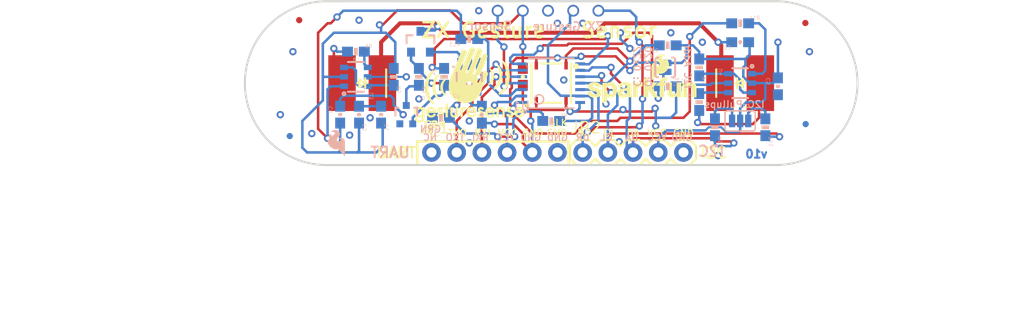
<source format=kicad_pcb>
(kicad_pcb (version 20211014) (generator pcbnew)
  (layers (0 "F.Cu" signal) (1 "In1.Cu" signal) (2 "In2.Cu" signal) (31 "B.Cu" signal) (34 "B.Paste" user) (35 "F.Paste" user) (36 "B.SilkS" user "B.Silkscreen") (37 "F.SilkS" user "F.Silkscreen") (38 "B.Mask" user) (39 "F.Mask" user) (44 "Edge.Cuts" user))
  (net 0 "")
  (net 1 "UART_TX")
  (net 2 "UART_RX")
  (net 3 "VCC")
  (net 4 "GND")
  (net 5 "I2C_SDA")
  (net 6 "I2C_SCL")
  (net 7 "ICSPDAT/DACOUT")
  (net 8 "ICSPCLK/DATA_RDY")
  (net 9 "MCLR")
  (net 10 "N$1")
  (net 11 "COMMON")
  (net 12 "N$3")
  (net 13 "N$4")
  (net 14 "N$5")
  (net 15 "CARRIER")
  (net 16 "N$2")
  (net 17 "EM1")
  (net 18 "N$6")
  (net 19 "N$7")
  (net 20 "N$8")
  (net 21 "EM2")
  (net 22 "N$9")
  (net 23 "N$11")
  (net 24 "RECEIVER")
  (net 25 "I2C_ADDR")
  (net 26 "N$10")
  (net 27 "N$13")
  (net 28 "N$19")
  (net 29 "N$15")
  (net 30 "N$12")
  (footprint "boardEagle:MICRO-FIDUCIAL" (layer "F.Cu") (at 174.12335 98.93935)
    (fp_text reference "FID4" hide)
    (fp_text value "FIDUCIALUFIDUCIAL" hide)
  )
  (footprint "boardEagle:1X06_NO_SILK" (layer "F.Cu") (at 136.4361 111.9886)
    (fp_text reference "JP1")
    (fp_text value "")
  )
  (footprint "boardEagle:GESTURESENSE_TEXT" (layer "F.Cu") (at 134.75335 108.9406)
    (fp_text reference "U$6" hide)
    (fp_text value "GESTURESENSE_LOGOSTEXT" hide)
  )
  (footprint "boardEagle:0603-CAP" (layer "F.Cu") (at 145.6436 104.3686 -90)
    (fp_text reference "C7")
    (fp_text value "4.7uF")
  )
  (footprint "boardEagle:SFH4641-SHORT2" (layer "F.Cu") (at 129.4511 105.0036 -90)
    (fp_text reference "D1")
    (fp_text value "SFH4641SHORT2")
  )
  (footprint "boardEagle:SFE_LOGO_NAME_FLAME_.1" (layer "F.Cu") (at 151.78405 107.3277)
    (fp_text reference "U$5" hide)
    (fp_text value "SFE_LOGO_NAME_FLAME.1_INCH" hide)
  )
  (footprint "boardEagle:MICRO-FIDUCIAL" (layer "F.Cu") (at 123.1011 98.6536)
    (fp_text reference "FID3" hide)
    (fp_text value "FIDUCIALUFIDUCIAL" hide)
  )
  (footprint "boardEagle:TSOP572" (layer "F.Cu") (at 148.5011 105.0036 180)
    (fp_text reference "U5")
    (fp_text value "TSSP57038")
  )
  (footprint "boardEagle:SFH4641-SHORT2" (layer "F.Cu") (at 167.5511 105.0036 90)
    (fp_text reference "D2")
    (fp_text value "SFH4641SHORT2")
  )
  (footprint "boardEagle:1X05" (layer "F.Cu") (at 151.6761 111.9886)
    (fp_text reference "JP2")
    (fp_text value "")
  )
  (footprint "boardEagle:STAND-OFF" (layer "F.Cu") (at 122.4661 105.0036)
    (fp_text reference "STANDOFF1" hide)
    (fp_text value "STAND-OFF" hide)
  )
  (footprint "boardEagle:STAND-OFF" (layer "F.Cu") (at 174.5361 105.0036 90)
    (fp_text reference "STANDOFF2" hide)
    (fp_text value "STAND-OFF" hide)
  )
  (footprint "boardEagle:CREATIVE_COMMONS" (layer "F.Cu") (at 113.2586 121.8311)
    (fp_text reference "FRAME1" hide)
    (fp_text value "FRAME-LETTER" hide)
  )
  (footprint "boardEagle:REVISION" (layer "F.Cu") (at 144.3736 126.9111 180)
    (fp_text reference "LOGO1" hide)
    (fp_text value "REVISION" hide)
  )
  (footprint "boardEagle:SOT23-3" (layer "B.Cu") (at 135.32485 100.8761 180)
    (fp_text reference "Q1")
    (fp_text value "MMBT2222A")
  )
  (footprint "boardEagle:MICRO-FIDUCIAL" (layer "B.Cu") (at 122.1486 110.3376 180)
    (fp_text reference "FID1" hide)
    (fp_text value "FIDUCIALUFIDUCIAL" hide)
  )
  (footprint "boardEagle:0603-RES" (layer "B.Cu") (at 167.5511 98.9711 180)
    (fp_text reference "R14")
    (fp_text value "1K")
  )
  (footprint "boardEagle:MICRO-FIDUCIAL" (layer "B.Cu") (at 174.1551 109.1311 180)
    (fp_text reference "FID2" hide)
    (fp_text value "FIDUCIALUFIDUCIAL" hide)
  )
  (footprint "boardEagle:0603-RES" (layer "B.Cu") (at 170.0911 109.4486 90)
    (fp_text reference "R11")
    (fp_text value "4.7K")
  )
  (footprint "boardEagle:PAD.03X.04" (layer "B.Cu") (at 153.2636 97.7011 180)
    (fp_text reference "TP5" hide)
    (fp_text value "TEST-POINT3X4" hide)
  )
  (footprint "boardEagle:0603-RES" (layer "B.Cu") (at 160.2486 101.1936)
    (fp_text reference "R9")
    (fp_text value "1K")
  )
  (footprint "boardEagle:PAD.03X.04" (layer "B.Cu") (at 145.6436 97.7011 90)
    (fp_text reference "TP2" hide)
    (fp_text value "TEST-POINT3X4" hide)
  )
  (footprint "boardEagle:0603-RES" (layer "B.Cu") (at 140.2461 100.5586)
    (fp_text reference "R13")
    (fp_text value "1K")
  )
  (footprint "boardEagle:0603-RES" (layer "B.Cu") (at 163.4236 103.4161 90)
    (fp_text reference "R7")
    (fp_text value "100k")
  )
  (footprint "boardEagle:SOT323" (layer "B.Cu") (at 133.8961 108.1786 180)
    (fp_text reference "Q2")
    (fp_text value "MOSFET-NCHANNEL2N7002PW")
  )
  (footprint "boardEagle:PAD.03X.04" (layer "B.Cu") (at 150.7236 97.7011 180)
    (fp_text reference "TP4" hide)
    (fp_text value "TEST-POINT3X4" hide)
  )
  (footprint "boardEagle:0603-RES" (layer "B.Cu") (at 148.5011 108.8136 180)
    (fp_text reference "R1")
    (fp_text value "100k")
  )
  (footprint "boardEagle:0603-CAP" (layer "B.Cu") (at 171.3611 105.3211 -90)
    (fp_text reference "C5")
    (fp_text value "0.1uF")
  )
  (footprint "boardEagle:SFE_LOGO_FLAME_.1" (layer "B.Cu") (at 127.9906 112.649 180)
    (fp_text reference "LOGO2" hide)
    (fp_text value "SFE_LOGO_FLAME.1_INCH" hide)
  )
  (footprint "boardEagle:PAD-JUMPER-2-NO_YES_SILK" (layer "B.Cu") (at 159.9946 103.4161 90)
    (fp_text reference "SJ2")
    (fp_text value "JUMPER-PAD-2-NOYES_SILK")
  )
  (footprint "boardEagle:SOT23-5" (layer "B.Cu") (at 140.2461 104.3686)
    (fp_text reference "U2")
    (fp_text value "MCP6021T-E/OT")
  )
  (footprint "boardEagle:PAD-JUMPER-3-NC_BY_PASTE_YES_SILK_FULL_BOX" (layer "B.Cu") (at 167.5511 108.8136 180)
    (fp_text reference "SJ1")
    (fp_text value "JUMPER-PAD-3-NC_BY_PASTE")
  )
  (footprint "boardEagle:PAD.03X.04" (layer "B.Cu") (at 143.1036 97.7011 180)
    (fp_text reference "TP1" hide)
    (fp_text value "TEST-POINT3X4" hide)
  )
  (footprint "boardEagle:0603-CAP" (layer "B.Cu") (at 131.3561 108.1786 90)
    (fp_text reference "C1")
    (fp_text value "0.1uF")
  )
  (footprint "boardEagle:0603-CAP" (layer "B.Cu") (at 167.5511 100.8761)
    (fp_text reference "C6")
    (fp_text value "10nF")
  )
  (footprint "boardEagle:0603-RES" (layer "B.Cu") (at 165.0111 109.4486 90)
    (fp_text reference "R10")
    (fp_text value "4.7K")
  )
  (footprint "boardEagle:0603-CAP" (layer "B.Cu") (at 127.2286 108.1786 -90)
    (fp_text reference "C4")
    (fp_text value "10nF")
  )
  (footprint "boardEagle:0603-RES" (layer "B.Cu") (at 132.6261 104.3686 90)
    (fp_text reference "R5")
    (fp_text value "100k")
  )
  (footprint "boardEagle:0603-RES" (layer "B.Cu") (at 160.2486 105.3211 180)
    (fp_text reference "R12")
    (fp_text value "10K")
  )
  (footprint "boardEagle:SOT26" (layer "B.Cu") (at 167.5511 105.0036 -90)
    (fp_text reference "U4")
    (fp_text value "DMC2700UDM")
  )
  (footprint "boardEagle:0603-CAP" (layer "B.Cu") (at 141.5161 108.1786 -90)
    (fp_text reference "C8")
    (fp_text value "0.1uF")
  )
  (footprint "boardEagle:0603-RES" (layer "B.Cu") (at 137.3886 108.4961 180)
    (fp_text reference "R2")
    (fp_text value "100k")
  )
  (footprint "boardEagle:0603-RES" (layer "B.Cu") (at 163.4236 106.9086 -90)
    (fp_text reference "R8")
    (fp_text value "1")
  )
  (footprint "boardEagle:PAD.03X.04" (layer "B.Cu") (at 148.1836 97.7011 180)
    (fp_text reference "TP3" hide)
    (fp_text value "TEST-POINT3X4" hide)
  )
  (footprint "boardEagle:0603-RES" (layer "B.Cu") (at 128.8161 101.8286 180)
    (fp_text reference "R6")
    (fp_text value "1")
  )
  (footprint "boardEagle:TSSOP14" (layer "B.Cu") (at 148.5011 105.0036 90)
    (fp_text reference "U1")
    (fp_text value "PIC16F1823-14PINTSSOP")
  )
  (footprint "boardEagle:0603-CAP" (layer "B.Cu") (at 129.1336 108.1786 90)
    (fp_text reference "C3")
    (fp_text value "0.1uF")
  )
  (footprint "boardEagle:0603-RES" (layer "B.Cu") (at 137.7061 104.3686 -90)
    (fp_text reference "R4")
    (fp_text value "1K")
  )
  (footprint "boardEagle:SOT26" (layer "B.Cu") (at 128.8161 104.3686 90)
    (fp_text reference "U3")
    (fp_text value "DMC2700UDM")
  )
  (footprint "boardEagle:0603-RES" (layer "B.Cu") (at 135.1661 104.3686 90)
    (fp_text reference "R3")
    (fp_text value "1K 1%")
  )
  (gr_line (start 135.00735 110.87735) (end 150.24735 110.87735) (layer "F.SilkS") (width 0.254))
  (gr_line (start 165.1381 103.6066) (end 165.1381 106.4006) (layer "F.SilkS") (width 0.2032))
  (gr_line (start 131.8641 106.4006) (end 131.8641 103.6066) (layer "F.SilkS") (width 0.2032))
  (gr_line (start 135.00735 113.2586) (end 135.00735 110.87735) (layer "F.SilkS") (width 0.254))
  (gr_line (start 150.24735 110.87735) (end 150.2791 113.2586) (layer "F.SilkS") (width 0.254))
  (gr_arc (start 126.11735 113.2586) (mid 117.624672 105.163868) (end 125.79985 96.748601) (layer "Edge.Cuts") (width 0.2032))
  (gr_line (start 170.88485 96.7486) (end 125.79985 96.7486) (layer "Edge.Cuts") (width 0.2032))
  (gr_line (start 126.11735 113.2586) (end 171.20235 113.2586) (layer "Edge.Cuts") (width 0.2032))
  (gr_line (start 171.20235 113.2586) (end 171.3611 113.2586) (layer "Edge.Cuts") (width 0.2032))
  (gr_arc (start 170.88485 96.7486) (mid 179.377528 104.843334) (end 171.202348 113.258601) (layer "Edge.Cuts") (width 0.2032))
  (gr_text "v10" (at 170.4086 112.6236) (layer "B.Cu") (effects (font (size 0.8128 0.8128) (thickness 0.2032)) (justify left bottom mirror)))
  (gr_text "VCC" (at 160.2486 110.87735) (layer "B.SilkS") (effects (font (size 0.69088 0.69088) (thickness 0.12192)) (justify left bottom mirror)))
  (gr_text "GND" (at 146.43735 110.87735) (layer "B.SilkS") (effects (font (size 0.69088 0.69088) (thickness 0.12192)) (justify bottom mirror)))
  (gr_text "I2C Addr" (at 162.6616 103.32085 -90) (layer "B.SilkS") (effects (font (size 0.69088 0.69088) (thickness 0.12192)) (justify top mirror)))
  (gr_text "I2C" (at 166.07155 111.86795) (layer "B.SilkS") (effects (font (size 1.0795 1.0795) (thickness 0.1905)) (justify left mirror)))
  (gr_text "RXI" (at 141.35735 110.87735) (layer "B.SilkS") (effects (font (size 0.69088 0.69088) (thickness 0.12192)) (justify bottom mirror)))
  (gr_text "DA" (at 156.6291 110.9091) (layer "B.SilkS") (effects (font (size 0.69088 0.69088) (thickness 0.12192)) (justify bottom mirror)))
  (gr_text "I2C Pullups" (at 166.9796 107.5436) (layer "B.SilkS") (effects (font (size 0.69088 0.69088) (thickness 0.12192)) (justify bottom mirror)))
  (gr_text "GND" (at 149.1361 110.87735) (layer "B.SilkS") (effects (font (size 0.69088 0.69088) (thickness 0.12192)) (justify bottom mirror)))
  (gr_text "ZX Gesture" (at 150.20925 99.7966) (layer "B.SilkS") (effects (font (size 0.8636 0.8636) (thickness 0.1524)) (justify bottom mirror)))
  (gr_text "Sensor" (at 142.367 99.7331) (layer "B.SilkS") (effects (font (size 0.8636 0.8636) (thickness 0.1524)) (justify bottom mirror)))
  (gr_text "UART" (at 130.16865 111.99495) (layer "B.SilkS") (effects (font (size 1.0795 1.0795) (thickness 0.1905)) (justify right mirror)))
  (gr_text "CL" (at 154.05735 110.87735) (layer "B.SilkS") (effects (font (size 0.69088 0.69088) (thickness 0.12192)) (justify bottom mirror)))
  (gr_text "GND" (at 161.67735 110.87735) (layer "B.SilkS") (effects (font (size 0.69088 0.69088) (thickness 0.12192)) (justify bottom mirror)))
  (gr_text "GRN" (at 136.34085 109.22635) (layer "B.SilkS") (effects (font (size 0.69088 0.69088) (thickness 0.12192)) (justify top mirror)))
  (gr_text "VCC" (at 143.89735 110.87735) (layer "B.SilkS") (effects (font (size 0.69088 0.69088) (thickness 0.12192)) (justify bottom mirror)))
  (gr_text "O: 0x20\nC: 0x22" (at 158.6611 101.1936 -90) (layer "B.SilkS") (effects (font (size 0.69088 0.69088) (thickness 0.12192)) (justify right top mirror)))
  (gr_text "DR" (at 151.6761 110.87735) (layer "B.SilkS") (effects (font (size 0.69088 0.69088) (thickness 0.12192)) (justify bottom mirror)))
  (gr_text "NC" (at 136.27735 110.87735) (layer "B.SilkS") (effects (font (size 0.69088 0.69088) (thickness 0.12192)) (justify bottom mirror)))
  (gr_text "TXO" (at 138.81735 110.87735) (layer "B.SilkS") (effects (font (size 0.69088 0.69088) (thickness 0.12192)) (justify bottom mirror)))
  (gr_text "TXO" (at 139.0396 110.43285) (layer "F.SilkS") (effects (font (size 0.69088 0.69088) (thickness 0.12192)) (justify bottom)))
  (gr_text "GRN" (at 136.78535 108.78185) (layer "F.SilkS") (effects (font (size 0.69088 0.69088) (thickness 0.12192)) (justify top)))
  (gr_text "I2C" (at 163.46805 112.0267) (layer "F.SilkS") (effects (font (size 1.0795 1.0795) (thickness 0.1905)) (justify left)))
  (gr_text "VCC" (at 158.12135 110.43285) (layer "F.SilkS") (effects (font (size 0.69088 0.69088) (thickness 0.12192)) (justify left bottom)))
  (gr_text "BLK" (at 149.1996 109.41685) (layer "F.SilkS") (effects (font (size 0.69088 0.69088) (thickness 0.12192)) (justify bottom)))
  (gr_text "RXI" (at 141.5796 110.43285) (layer "F.SilkS") (effects (font (size 0.69088 0.69088) (thickness 0.12192)) (justify bottom)))
  (gr_text "GND" (at 161.8361 110.43285) (layer "F.SilkS") (effects (font (size 0.69088 0.69088) (thickness 0.12192)) (justify bottom)))
  (gr_text "UART" (at 134.99465 112.0267) (layer "F.SilkS") (effects (font (size 1.0795 1.0795) (thickness 0.1905)) (justify right)))
  (gr_text "DA" (at 156.7561 110.43285) (layer "F.SilkS") (effects (font (size 0.69088 0.69088) (thickness 0.12192)) (justify bottom)))
  (gr_text "GND" (at 146.6596 110.43285) (layer "F.SilkS") (effects (font (size 0.69088 0.69088) (thickness 0.12192)) (justify bottom)))
  (gr_text "ZX Gesture" (at 141.67485 100.5586) (layer "F.SilkS") (effects (font (size 1.5113 1.5113) (thickness 0.2667)) (justify bottom)))
  (gr_text "GND" (at 149.0726 110.43285) (layer "F.SilkS") (effects (font (size 0.69088 0.69088) (thickness 0.12192)) (justify bottom)))
  (gr_text "VCC" (at 144.1196 110.43285) (layer "F.SilkS") (effects (font (size 0.69088 0.69088) (thickness 0.12192)) (justify bottom)))
  (gr_text "NC" (at 136.6266 110.43285) (layer "F.SilkS") (effects (font (size 0.69088 0.69088) (thickness 0.12192)) (justify bottom)))
  (gr_text "DR" (at 151.83485 110.43285) (layer "F.SilkS") (effects (font (size 0.69088 0.69088) (thickness 0.12192)) (justify bottom)))
  (gr_text "CL" (at 154.37485 110.43285) (layer "F.SilkS") (effects (font (size 0.69088 0.69088) (thickness 0.12192)) (justify bottom)))
  (gr_text "Sensor" (at 155.32735 100.5586) (layer "F.SilkS") (effects (font (size 1.5113 1.5113) (thickness 0.2667)) (justify bottom)))
  (segment (start 141.5161 106.43235) (end 141.5161 111.9886) (width 0.254) (layer "F.Cu") (net 1))
  (segment (start 142.7861 104.52735) (end 142.94485 104.3686) (width 0.254) (layer "F.Cu") (net 1))
  (segment (start 142.7861 105.16235) (end 141.5161 106.43235) (width 0.254) (layer "F.Cu") (net 1))
  (segment (start 142.7861 105.16235) (end 142.7861 104.52735) (width 0.254) (layer "F.Cu") (net 1))
  (via (at 142.94485 104.3686) (size 0.7366) (drill 0.381) (layers "F.Cu" "B.Cu") (net 1))
  (segment (start 145.5833 104.3536) (end 142.95985 104.3536) (width 0.254) (layer "B.Cu") (net 1))
  (segment (start 142.95985 104.3536) (end 142.94485 104.3686) (width 0.254) (layer "B.Cu") (net 1))
  (segment (start 140.5636 106.5911) (end 142.1511 105.0036) (width 0.254) (layer "F.Cu") (net 2))
  (segment (start 140.5636 107.2261) (end 140.5636 106.5911) (width 0.254) (layer "F.Cu") (net 2))
  (segment (start 142.1511 103.89235) (end 142.94485 103.0986) (width 0.254) (layer "F.Cu") (net 2))
  (segment (start 142.1511 105.0036) (end 142.1511 103.89235) (width 0.254) (layer "F.Cu") (net 2))
  (segment (start 138.9761 108.8136) (end 140.5636 107.2261) (width 0.254) (layer "F.Cu") (net 2))
  (segment (start 138.9761 111.9886) (end 138.9761 108.8136) (width 0.254) (layer "F.Cu") (net 2))
  (via (at 142.94485 103.0986) (size 0.7366) (drill 0.381) (layers "F.Cu" "B.Cu") (net 2))
  (segment (start 145.5833 103.7036) (end 143.54985 103.7036) (width 0.254) (layer "B.Cu") (net 2))
  (segment (start 143.54985 103.7036) (end 142.94485 103.0986) (width 0.254) (layer "B.Cu") (net 2))
  (segment (start 145.6436 101.3206) (end 145.6436 102.4636) (width 0.254) (layer "F.Cu") (net 3))
  (segment (start 144.53235 105.47985) (end 144.53235 105.16235) (width 0.254) (layer "F.Cu") (net 3))
  (segment (start 147.07235 102.4636) (end 149.1361 102.4636) (width 0.254) (layer "F.Cu") (net 3))
  (segment (start 131.19735 99.12985) (end 131.51485 99.12985) (width 0.254) (layer "F.Cu") (net 3))
  (segment (start 139.6111 98.9711) (end 138.30935 97.66935) (width 0.254) (layer "F.Cu") (net 3))
  (segment (start 144.3736 105.0036) (end 144.3736 103.0986) (width 0.254) (layer "F.Cu") (net 3))
  (segment (start 132.97535 97.66935) (end 138.30935 97.66935) (width 0.254) (layer "F.Cu") (net 3))
  (segment (start 131.51485 99.12985) (end 132.97535 97.66935) (width 0.254) (layer "F.Cu") (net 3))
  (segment (start 144.3736 103.0986) (end 145.0086 102.4636) (width 0.254) (layer "F.Cu") (net 3))
  (segment (start 145.6436 103.5186) (end 145.6436 102.4636) (width 0.254) (layer "F.Cu") (net 3))
  (segment (start 147.0011 103.2286) (end 147.0011 102.53485) (width 0.254) (layer "F.Cu") (net 3))
  (segment (start 144.3736 107.2261) (end 144.3736 105.6386) (width 0.254) (layer "F.Cu") (net 3))
  (segment (start 144.6911 107.5436) (end 144.3736 107.2261) (width 0.254) (layer "F.Cu") (net 3))
  (segment (start 151.51735 102.30485) (end 155.00985 102.30485) (width 0.254) (layer "F.Cu") (net 3))
  (segment (start 155.00985 102.30485) (end 156.4386 103.7336) (width 0.254) (layer "F.Cu") (net 3))
  (segment (start 144.3736 98.9711) (end 145.6436 97.7011) (width 0.254) (layer "F.Cu") (net 3))
  (segment (start 139.6111 98.9711) (end 144.3736 98.9711) (width 0.254) (layer "F.Cu") (net 3))
  (segment (start 144.3736 105.6386) (end 144.53235 105.47985) (width 0.254) (layer "F.Cu") (net 3))
  (segment (start 145.6436 103.4161) (end 145.6436 103.5186) (width 0.254) (layer "F.Cu") (net 3))
  (segment (start 145.0086 102.4636) (end 145.6436 102.4636) (width 0.254) (layer "F.Cu") (net 3))
  (segment (start 145.9336 103.2286) (end 145.6436 103.5186) (width 0.254) (layer "F.Cu") (net 3))
  (segment (start 147.0011 102.53485) (end 147.07235 102.4636) (width 0.254) (layer "F.Cu") (net 3))
  (segment (start 144.53235 105.16235) (end 144.3736 105.0036) (width 0.254) (layer "F.Cu") (net 3))
  (segment (start 145.6436 102.4636) (end 147.07235 102.4636) (width 0.254) (layer "F.Cu") (net 3))
  (via (at 145.6436 97.7011) (size 1.1938) (drill 0.8382) (layers "F.Cu" "B.Cu") (net 3))
  (via (at 156.4386 103.7336) (size 0.7366) (drill 0.381) (layers "F.Cu" "B.Cu") (net 3))
  (via (at 149.1361 102.4636) (size 0.7366) (drill 0.381) (layers "F.Cu" "B.Cu") (net 3))
  (via (at 145.6436 101.3206) (size 0.7366) (drill 0.381) (layers "F.Cu" "B.Cu") (net 3))
  (via (at 151.51735 102.30485) (size 0.7366) (drill 0.381) (layers "F.Cu" "B.Cu") (net 3))
  (via (at 131.19735 99.12985) (size 0.7366) (drill 0.381) (layers "F.Cu" "B.Cu") (net 3))
  (via (at 144.6911 107.5436) (size 0.7366) (drill 0.381) (layers "F.Cu" "B.Cu") (net 3))
  (via (at 171.3611 100.8761) (size 0.7366) (drill 0.381) (layers "F.Cu" "B.Cu") (net 3))
  (segment (start 123.4186 108.8136) (end 123.4186 111.51235) (width 0.254) (layer "B.Cu") (net 3))
  (segment (start 141.4136 107.2261) (end 141.5161 107.3286) (width 0.254) (layer "B.Cu") (net 3))
  (segment (start 161.6511 102.9661) (end 159.9946 102.9661) (width 0.254) (layer "B.Cu") (net 3))
  (segment (start 151.3586 102.4636) (end 151.51735 102.30485) (width 0.254) (layer "B.Cu") (net 3))
  (segment (start 125.48235 104.3686) (end 125.48235 106.74985) (width 0.254) (layer "B.Cu") (net 3))
  (segment (start 145.6436 97.7011) (end 145.6436 101.3206) (width 0.254) (layer "B.Cu") (net 3))
  (segment (start 167.5511 109.7661) (end 167.5511 108.8136) (width 0.254) (layer "B.Cu") (net 3))
  (segment (start 144.9636 106.9536) (end 144.84985 107.06735) (width 0.254) (layer "B.Cu") (net 3))
  (segment (start 139.2961 105.9586) (end 140.5636 107.2261) (width 0.254) (layer "B.Cu") (net 3))
  (segment (start 141.5161 107.38485) (end 142.1511 108.01985) (width 0.254) (layer "B.Cu") (net 3))
  (segment (start 156.4386 103.7336) (end 157.23235 102.93985) (width 0.254) (layer "B.Cu") (net 3))
  (segment (start 168.7511 105.0036) (end 170.0911 105.0036) (width 0.254) (layer "B.Cu") (net 3))
  (segment (start 127.2286 111.82985) (end 127.06985 111.9886) (width 0.254) (layer "B.Cu") (net 3))
  (segment (start 165.6461 109.4486) (end 166.12235 109.92485) (width 0.2032) (layer "B.Cu") (net 3))
  (segment (start 127.2286 109.0286) (end 127.2286 111.82985) (width 0.254) (layer "B.Cu") (net 3))
  (segment (start 169.7736 106.9086) (end 170.0911 106.5911) (width 0.254) (layer "B.Cu") (net 3))
  (segment (start 144.84985 107.5436) (end 144.84985 107.68705) (width 0.254) (layer "B.Cu") (net 3))
  (segment (start 170.0911 105.0036) (end 170.8286 105.0036) (width 0.254) (layer "B.Cu") (net 3))
  (segment (start 131.83235 99.9236) (end 132.78485 100.8761) (width 0.254) (layer "B.Cu") (net 3))
  (segment (start 161.6511 102.9661) (end 162.1536 102.4636) (width 0.254) (layer "B.Cu") (net 3))
  (segment (start 144.84985 107.06735) (end 144.84985 107.5436) (width 0.254) (layer "B.Cu") (net 3))
  (segment (start 127.6161 104.3686) (end 125.48235 104.3686) (width 0.254) (layer "B.Cu") (net 3))
  (segment (start 127.6161 104.3686) (end 127.8636 104.3686) (width 0.254) (layer "B.Cu") (net 3))
  (segment (start 144.84985 107.68705) (end 144.51705 108.01985) (width 0.254) (layer "B.Cu") (net 3))
  (segment (start 162.1536 101.1936) (end 162.7886 101.1936) (width 0.254) (layer "B.Cu") (net 3))
  (segment (start 128.97485 111.9886) (end 130.87985 111.9886) (width 0.254) (layer "B.Cu") (net 3))
  (segment (start 163.4236 102.5661) (end 168.0836 102.5661) (width 0.254) (layer "B.Cu") (net 3))
  (segment (start 168.0836 102.5661) (end 168.5036 102.1461) (width 0.254) (layer "B.Cu") (net 3))
  (segment (start 131.83235 99.9236) (end 131.3561 99.9236) (width 0.254) (layer "B.Cu") (net 3))
  (segment (start 167.5511 108.8136) (end 167.5511 107.5436) (width 0.254) (layer "B.Cu") (net 3))
  (segment (start 145.5833 106.9536) (end 144.9636 106.9536) (width 0.254) (layer "B.Cu") (net 3))
  (segment (start 125.48235 101.03485) (end 125.48235 104.3686) (width 0.254) (layer "B.Cu") (net 3))
  (segment (start 161.0986 101.1936) (end 162.1536 101.1936) (width 0.254) (layer "B.Cu") (net 3))
  (segment (start 164.3761 109.4486) (end 165.6461 109.4486) (width 0.2032) (layer "B.Cu") (net 3))
  (segment (start 144.84985 107.5436) (end 144.6911 107.5436) (width 0.254) (layer "B.Cu") (net 3))
  (segment (start 168.7511 105.0036) (end 168.5036 105.0036) (width 0.254) (layer "B.Cu") (net 3))
  (segment (start 132.78485 103.35985) (end 132.6261 103.5186) (width 0.254) (layer "B.Cu") (net 3))
  (segment (start 166.12235 109.92485) (end 167.39235 109.92485) (width 0.254) (layer "B.Cu") (net 3))
  (segment (start 162.7886 101.1936) (end 163.4236 101.8286) (width 0.254) (layer "B.Cu") (net 3))
  (segment (start 142.1511 108.01985) (end 144.0561 108.01985) (width 0.254) (layer "B.Cu") (net 3))
  (segment (start 125.48235 106.74985) (end 123.4186 108.8136) (width 0.254) (layer "B.Cu") (net 3))
  (segment (start 163.4236 101.8286) (end 163.4236 102.5661) (width 0.254) (layer "B.Cu") (net 3))
  (segment (start 168.5036 105.0036) (end 167.8686 104.3686) (width 0.254) (layer "B.Cu") (net 3))
  (segment (start 129.1336 111.82985) (end 128.97485 111.9886) (width 0.254) (layer "B.Cu") (net 3))
  (segment (start 144.0561 108.01985) (end 144.51705 108.01985) (width 0.254) (layer "B.Cu") (net 3))
  (segment (start 127.06985 111.9886) (end 128.97485 111.9886) (width 0.254) (layer "B.Cu") (net 3))
  (segment (start 168.0836 102.5661) (end 168.0836 103.2011) (width 0.254) (layer "B.Cu") (net 3))
  (segment (start 126.5936 99.9236) (end 131.3561 99.9236) (width 0.254) (layer "B.Cu") (net 3))
  (segment (start 125.48235 101.03485) (end 126.5936 99.9236) (width 0.254) (layer "B.Cu") (net 3))
  (segment (start 159.2961 111.9886) (end 159.2961 110.55985) (width 0.254) (layer "B.Cu") (net 3))
  (segment (start 131.3561 99.9236) (end 131.3561 99.2886) (width 0.254) (layer "B.Cu") (net 3))
  (segment (start 170.0911 106.5911) (end 170.0911 105.0036) (width 0.254) (layer "B.Cu") (net 3))
  (segment (start 131.51485 109.18735) (end 131.3561 109.0286) (width 0.254) (layer "B.Cu") (net 3))
  (segment (start 160.08985 109.7661) (end 164.0586 109.7661) (width 0.254) (layer "B.Cu") (net 3))
  (segment (start 132.78485 100.8761) (end 132.78485 103.35985) (width 0.254) (layer "B.Cu") (net 3))
  (segment (start 168.0836 103.2011) (end 167.8686 103.4161) (width 0.254) (layer "B.Cu") (net 3))
  (segment (start 167.5511 107.5436) (end 168.1861 106.9086) (width 0.254) (layer "B.Cu") (net 3))
  (segment (start 123.89485 111.9886) (end 127.06985 111.9886) (width 0.254) (layer "B.Cu") (net 3))
  (segment (start 170.8286 105.0036) (end 171.3611 104.4711) (width 0.254) (layer "B.Cu") (net 3))
  (segment (start 171.3611 104.4711) (end 171.3611 100.8761) (width 0.254) (layer "B.Cu") (net 3))
  (segment (start 159.95735 102.9661) (end 159.9311 102.93985) (width 0.254) (layer "B.Cu") (net 3))
  (segment (start 141.5161 107.3286) (end 141.5161 107.38485) (width 0.254) (layer "B.Cu") (net 3))
  (segment (start 168.1861 106.9086) (end 169.7736 106.9086) (width 0.254) (layer "B.Cu") (net 3))
  (segment (start 130.87985 111.9886) (end 131.51485 111.3536) (width 0.254) (layer "B.Cu") (net 3))
  (segment (start 167.8686 103.4161) (end 167.8686 104.3686) (width 0.254) (layer "B.Cu") (net 3))
  (segment (start 131.51485 111.3536) (end 131.51485 109.18735) (width 0.254) (layer "B.Cu") (net 3))
  (segment (start 167.39235 109.92485) (end 167.5511 109.7661) (width 0.254) (layer "B.Cu") (net 3))
  (segment (start 149.1361 102.4636) (end 151.3586 102.4636) (width 0.254) (layer "B.Cu") (net 3))
  (segment (start 162.1536 102.4636) (end 162.1536 101.1936) (width 0.254) (layer "B.Cu") (net 3))
  (segment (start 139.2961 105.6687) (end 139.2961 105.9586) (width 0.254) (layer "B.Cu") (net 3))
  (segment (start 159.9946 102.9661) (end 159.95735 102.9661) (width 0.254) (layer "B.Cu") (net 3))
  (segment (start 131.3561 99.2886) (end 131.19735 99.12985) (width 0.254) (layer "B.Cu") (net 3))
  (segment (start 129.1336 109.0286) (end 129.1336 111.82985) (width 0.254) (layer "B.Cu") (net 3))
  (segment (start 159.2961 110.55985) (end 160.08985 109.7661) (width 0.254) (layer "B.Cu") (net 3))
  (segment (start 164.0586 109.7661) (end 164.3761 109.4486) (width 0.2032) (layer "B.Cu") (net 3))
  (segment (start 168.5036 100.9786) (end 168.4011 100.8761) (width 0.254) (layer "B.Cu") (net 3))
  (segment (start 168.5036 100.9786) (end 168.5036 102.1461) (width 0.254) (layer "B.Cu") (net 3))
  (segment (start 159.9311 102.93985) (end 157.23235 102.93985) (width 0.254) (layer "B.Cu") (net 3))
  (segment (start 144.0561 111.9886) (end 144.0561 108.01985) (width 0.254) (layer "B.Cu") (net 3))
  (segment (start 131.19735 99.12985) (end 131.3561 99.12985) (width 0.254) (layer "B.Cu") (net 3))
  (segment (start 123.4186 111.51235) (end 123.89485 111.9886) (width 0.254) (layer "B.Cu") (net 3))
  (segment (start 140.5636 107.2261) (end 141.4136 107.2261) (width 0.254) (layer "B.Cu") (net 3))
  (segment (start 146.43735 107.70235) (end 147.07235 107.70235) (width 0.254) (layer "F.Cu") (net 4))
  (segment (start 145.6436 105.2186) (end 145.6436 106.9086) (width 0.254) (layer "F.Cu") (net 4))
  (segment (start 145.6436 110.0836) (end 145.6436 111.0361) (width 0.254) (layer "F.Cu") (net 4))
  (segment (start 158.9786 107.5436) (end 158.6611 107.8611) (width 0.254) (layer "F.Cu") (net 4))
  (segment (start 146.43735 107.70235) (end 146.43735 108.8136) (width 0.254) (layer "F.Cu") (net 4))
  (segment (start 147.0011 107.6311) (end 147.07235 107.70235) (width 0.254) (layer "F.Cu") (net 4))
  (segment (start 142.7861 109.1311) (end 144.6911 109.1311) (width 0.254) (layer "F.Cu") (net 4))
  (segment (start 150.0011 107.4561) (end 150.4061 107.8611) (width 0.254) (layer "F.Cu") (net 4))
  (segment (start 149.75485 107.70235) (end 150.0011 107.4561) (width 0.254) (layer "F.Cu") (net 4))
  (segment (start 144.6911 109.1311) (end 145.6436 110.0836) (width 0.254) (layer "F.Cu") (net 4))
  (segment (start 158.6611 107.8611) (end 150.4061 107.8611) (width 0.254) (layer "F.Cu") (net 4))
  (segment (start 150.0011 106.7786) (end 150.0011 107.4561) (width 0.254) (layer "F.Cu") (net 4))
  (segment (start 147.07235 107.70235) (end 149.75485 107.70235) (width 0.254) (layer "F.Cu") (net 4))
  (segment (start 145.6436 111.0361) (end 146.5961 111.9886) (width 0.254) (layer "F.Cu") (net 4))
  (segment (start 147.0011 106.7786) (end 147.0011 107.6311) (width 0.254) (layer "F.Cu") (net 4))
  (segment (start 145.6436 106.9086) (end 146.43735 107.70235) (width 0.254) (layer "F.Cu") (net 4))
  (via (at 140.2461 111.0361) (size 0.7366) (drill 0.381) (layers "F.Cu" "B.Cu") (net 4))
  (via (at 124.3711 110.0836) (size 0.7366) (drill 0.381) (layers "F.Cu" "B.Cu") (net 4))
  (via (at 158.9786 107.5436) (size 0.7366) (drill 0.381) (layers "F.Cu" "B.Cu") (net 4))
  (via (at 128.1811 110.24235) (size 0.7366) (drill 0.381) (layers "F.Cu" "B.Cu") (net 4))
  (via (at 156.4386 101.5111) (size 0.7366) (drill 0.381) (layers "F.Cu" "B.Cu") (net 4))
  (via (at 165.3286 112.3061) (size 0.7366) (drill 0.381) (layers "F.Cu" "B.Cu") (net 4))
  (via (at 160.5661 99.9236) (size 0.7366) (drill 0.381) (layers "F.Cu" "B.Cu") (net 4))
  (via (at 155.3591 110.9091) (size 0.7366) (drill 0.381) (layers "F.Cu" "B.Cu") (net 4))
  (via (at 174.5361 101.8286) (size 0.7366) (drill 0.381) (layers "F.Cu" "B.Cu") (net 4))
  (via (at 149.1361 98.9711) (size 0.7366) (drill 0.381) (layers "F.Cu" "B.Cu") (net 4))
  (via (at 155.7401 107.6706) (size 0.7366) (drill 0.381) (layers "F.Cu" "B.Cu") (net 4))
  (via (at 135.1661 106.5911) (size 0.7366) (drill 0.381) (layers "F.Cu" "B.Cu") (net 4))
  (via (at 121.1961 108.1786) (size 0.7366) (drill 0.381) (layers "F.Cu" "B.Cu") (net 4))
  (via (at 122.4661 101.8286) (size 0.7366) (drill 0.381) (layers "F.Cu" "B.Cu") (net 4))
  (via (at 148.1836 97.7011) (size 1.1938) (drill 0.8382) (layers "F.Cu" "B.Cu") (net 4))
  (via (at 159.0421 109.3216) (size 0.7366) (drill 0.381) (layers "F.Cu" "B.Cu") (net 4))
  (via (at 150.4061 107.8611) (size 0.7366) (drill 0.381) (layers "F.Cu" "B.Cu") (net 4))
  (via (at 154.0256 107.0991) (size 0.7366) (drill 0.381) (layers "F.Cu" "B.Cu") (net 4))
  (via (at 130.24485 108.4961) (size 0.7366) (drill 0.381) (layers "F.Cu" "B.Cu") (net 4))
  (via (at 133.8961 104.3686) (size 0.7366) (drill 0.381) (layers "F.Cu" "B.Cu") (net 4))
  (via (at 155.4861 99.9236) (size 0.7366) (drill 0.381) (layers "F.Cu" "B.Cu") (net 4))
  (via (at 149.7711 104.6861) (size 0.7366) (drill 0.381) (layers "F.Cu" "B.Cu") (net 4))
  (via (at 142.7861 109.1311) (size 0.7366) (drill 0.381) (layers "F.Cu" "B.Cu") (net 4))
  (via (at 140.2461 108.8136) (size 0.7366) (drill 0.381) (layers "F.Cu" "B.Cu") (net 4))
  (via (at 146.43735 108.8136) (size 0.7366) (drill 0.381) (layers "F.Cu" "B.Cu") (net 4))
  (via (at 141.1986 97.7011) (size 0.7366) (drill 0.381) (layers "F.Cu" "B.Cu") (net 4))
  (via (at 151.6761 98.9711) (size 0.7366) (drill 0.381) (layers "F.Cu" "B.Cu") (net 4))
  (via (at 163.7411 100.8761) (size 0.7366) (drill 0.381) (layers "F.Cu" "B.Cu") (net 4))
  (via (at 129.1336 98.6536) (size 0.7366) (drill 0.381) (layers "F.Cu" "B.Cu") (net 4))
  (segment (start 146.5961 111.9886) (end 146.5961 108.97235) (width 0.254) (layer "B.Cu") (net 4))
  (segment (start 151.3586 107.0139) (end 151.4189 106.9536) (width 0.254) (layer "B.Cu") (net 4))
  (segment (start 151.3586 107.5436) (end 151.3586 107.0139) (width 0.254) (layer "B.Cu") (net 4))
  (segment (start 130.0161 104.3686) (end 133.8961 104.3686) (width 0.2032) (layer "B.Cu") (net 4))
  (segment (start 166.3511 105.0036) (end 164.6936 105.0036) (width 0.254) (layer "B.Cu") (net 4))
  (segment (start 150.4061 107.8611) (end 151.0411 107.8611) (width 0.254) (layer "B.Cu") (net 4))
  (segment (start 141.5161 109.1311) (end 141.5161 109.0286) (width 0.254) (layer "B.Cu") (net 4))
  (segment (start 151.0411 107.8611) (end 151.3586 107.5436) (width 0.254) (layer "B.Cu") (net 4))
  (segment (start 130.1886 107.3286) (end 130.24485 107.38485) (width 0.254) (layer "B.Cu") (net 4))
  (segment (start 146.5961 108.97235) (end 146.43735 108.8136) (width 0.254) (layer "B.Cu") (net 4))
  (segment (start 129.1336 107.3286) (end 130.1886 107.3286) (width 0.254) (layer "B.Cu") (net 4))
  (segment (start 164.6936 105.0036) (end 164.53485 105.16235) (width 0.254) (layer "B.Cu") (net 4))
  (segment (start 142.6836 109.0286) (end 142.7861 109.1311) (width 0.254) (layer "B.Cu") (net 4))
  (segment (start 155.4861 100.5586) (end 156.4386 101.5111) (width 0.254) (layer "B.Cu") (net 4))
  (segment (start 161.25735 105.16235) (end 161.0986 105.3211) (width 0.254) (layer "B.Cu") (net 4))
  (segment (start 164.53485 105.16235) (end 161.25735 105.16235) (width 0.254) (layer "B.Cu") (net 4))
  (segment (start 159.0421 107.6071) (end 158.9786 107.5436) (width 0.254) (layer "B.Cu") (net 4))
  (segment (start 160.5661 108.4961) (end 159.0421 108.4961) (width 0.254) (layer "B.Cu") (net 4))
  (segment (start 141.5161 109.0286) (end 142.6836 109.0286) (width 0.254) (layer "B.Cu") (net 4))
  (segment (start 129.1336 107.3286) (end 131.3561 107.3286) (width 0.254) (layer "B.Cu") (net 4))
  (segment (start 161.0986 105.3211) (end 161.0986 107.9636) (width 0.254) (layer "B.Cu") (net 4))
  (segment (start 155.4861 99.9236) (end 155.4861 100.5586) (width 0.254) (layer "B.Cu") (net 4))
  (segment (start 159.0421 108.4961) (end 159.0421 109.3216) (width 0.254) (layer "B.Cu") (net 4))
  (segment (start 159.0421 107.6071) (end 159.0421 108.4961) (width 0.254) (layer "B.Cu") (net 4))
  (segment (start 161.0986 107.9636) (end 160.5661 108.4961) (width 0.254) (layer "B.Cu") (net 4))
  (segment (start 156.91485 110.55985) (end 156.7561 110.7186) (width 0.254) (layer "F.Cu") (net 5))
  (segment (start 166.75735 110.87735) (end 166.9161 111.0361) (width 0.254) (layer "F.Cu") (net 5))
  (segment (start 154.5336 104.0511) (end 155.8036 105.3211) (width 0.254) (layer "F.Cu") (net 5))
  (segment (start 164.6936 110.55985) (end 156.91485 110.55985) (width 0.254) (layer "F.Cu") (net 5))
  (segment (start 156.7561 110.7186) (end 156.7561 111.9886) (width 0.254) (layer "F.Cu") (net 5))
  (segment (start 165.0111 110.87735) (end 164.6936 110.55985) (width 0.254) (layer "F.Cu") (net 5))
  (segment (start 154.5336 103.4161) (end 154.5336 104.0511) (width 0.254) (layer "F.Cu") (net 5))
  (segment (start 165.0111 110.87735) (end 166.75735 110.87735) (width 0.254) (layer "F.Cu") (net 5))
  (via (at 155.8036 105.3211) (size 0.7366) (drill 0.381) (layers "F.Cu" "B.Cu") (net 5))
  (via (at 166.9161 111.0361) (size 0.7366) (drill 0.381) (layers "F.Cu" "B.Cu") (net 5))
  (via (at 154.5336 103.4161) (size 0.7366) (drill 0.381) (layers "F.Cu" "B.Cu") (net 5))
  (segment (start 156.4386 108.4961) (end 156.1211 108.8136) (width 0.254) (layer "B.Cu") (net 5))
  (segment (start 152.6286 103.4161) (end 152.3111 103.7336) (width 0.254) (layer "B.Cu") (net 5))
  (segment (start 156.1211 111.3536) (end 156.7561 111.9886) (width 0.254) (layer "B.Cu") (net 5))
  (segment (start 165.0111 110.2986) (end 165.0111 111.19485) (width 0.254) (layer "B.Cu") (net 5))
  (segment (start 151.4489 103.7336) (end 151.4189 103.7036) (width 0.254) (layer "B.Cu") (net 5))
  (segment (start 154.5336 103.4161) (end 152.6286 103.4161) (width 0.254) (layer "B.Cu") (net 5))
  (segment (start 156.1211 108.8136) (end 156.1211 111.3536) (width 0.254) (layer "B.Cu") (net 5))
  (segment (start 156.7561 111.9886) (end 156.7561 110.7186) (width 0.254) (layer "B.Cu") (net 5))
  (segment (start 165.16985 111.3536) (end 166.5986 111.3536) (width 0.254) (layer "B.Cu") (net 5))
  (segment (start 152.3111 103.7336) (end 151.4489 103.7336) (width 0.254) (layer "B.Cu") (net 5))
  (segment (start 156.4386 111.6711) (end 156.7561 111.9886) (width 0.254) (layer "B.Cu") (net 5))
  (segment (start 155.8036 105.6386) (end 156.4386 106.2736) (width 0.254) (layer "B.Cu") (net 5))
  (segment (start 155.8036 105.3211) (end 155.8036 105.6386) (width 0.254) (layer "B.Cu") (net 5))
  (segment (start 166.5986 111.3536) (end 166.9161 111.0361) (width 0.254) (layer "B.Cu") (net 5))
  (segment (start 165.0111 111.19485) (end 165.16985 111.3536) (width 0.254) (layer "B.Cu") (net 5))
  (segment (start 156.4386 106.2736) (end 156.4386 108.4961) (width 0.254) (layer "B.Cu") (net 5))
  (segment (start 153.5811 104.2416) (end 153.5811 105.0036) (width 0.254) (layer "F.Cu") (net 6))
  (segment (start 171.20235 110.0836) (end 171.51985 110.4011) (width 0.254) (layer "F.Cu") (net 6))
  (segment (start 153.5811 105.0036) (end 154.5336 105.9561) (width 0.254) (layer "F.Cu") (net 6))
  (segment (start 154.5336 110.0836) (end 171.20235 110.0836) (width 0.254) (layer "F.Cu") (net 6))
  (segment (start 154.2161 111.9886) (end 154.2161 110.4011) (width 0.254) (layer "F.Cu") (net 6))
  (segment (start 154.2161 110.4011) (end 154.5336 110.0836) (width 0.254) (layer "F.Cu") (net 6))
  (via (at 153.5811 104.2416) (size 0.7366) (drill 0.381) (layers "F.Cu" "B.Cu") (net 6))
  (via (at 171.51985 110.4011) (size 0.7366) (drill 0.381) (layers "F.Cu" "B.Cu") (net 6))
  (via (at 154.5336 105.9561) (size 0.7366) (drill 0.381) (layers "F.Cu" "B.Cu") (net 6))
  (segment (start 155.1686 106.11485) (end 155.1686 107.2261) (width 0.254) (layer "B.Cu") (net 6))
  (segment (start 154.2161 111.0361) (end 154.2161 111.9886) (width 0.254) (layer "B.Cu") (net 6))
  (segment (start 170.1936 110.4011) (end 170.0911 110.2986) (width 0.254) (layer "B.Cu") (net 6))
  (segment (start 154.5336 105.9561) (end 155.00985 105.9561) (width 0.254) (layer "B.Cu") (net 6))
  (segment (start 154.2161 108.1786) (end 154.2161 111.9886) (width 0.254) (layer "B.Cu") (net 6))
  (segment (start 171.51985 110.4011) (end 170.1936 110.4011) (width 0.254) (layer "B.Cu") (net 6))
  (segment (start 151.4189 104.3536) (end 153.4691 104.3536) (width 0.254) (layer "B.Cu") (net 6))
  (segment (start 155.00985 105.9561) (end 155.1686 106.11485) (width 0.254) (layer "B.Cu") (net 6))
  (segment (start 153.4691 104.3536) (end 153.5811 104.2416) (width 0.254) (layer "B.Cu") (net 6))
  (segment (start 155.1686 107.2261) (end 154.2161 108.1786) (width 0.254) (layer "B.Cu") (net 6))
  (via (at 150.7236 97.7011) (size 1.1938) (drill 0.8382) (layers "F.Cu" "B.Cu") (net 7))
  (segment (start 149.3511 108.8136) (end 152.3111 108.8136) (width 0.254) (layer "B.Cu") (net 7))
  (segment (start 148.1836 101.1936) (end 150.4061 98.9711) (width 0.254) (layer "B.Cu") (net 7))
  (segment (start 148.1836 105.0036) (end 149.4536 106.2736) (width 0.254) (layer "B.Cu") (net 7))
  (segment (start 150.4061 98.9711) (end 150.4061 98.0186) (width 0.254) (layer "B.Cu") (net 7))
  (segment (start 152.6286 106.5911) (end 152.6286 108.4961) (width 0.254) (layer "B.Cu") (net 7))
  (segment (start 152.3411 106.3036) (end 152.6286 106.5911) (width 0.254) (layer "B.Cu") (net 7))
  (segment (start 150.4061 98.0186) (end 150.7236 97.7011) (width 0.254) (layer "B.Cu") (net 7))
  (segment (start 151.4189 106.3036) (end 152.3411 106.3036) (width 0.254) (layer "B.Cu") (net 7))
  (segment (start 151.3889 106.2736) (end 151.4189 106.3036) (width 0.254) (layer "B.Cu") (net 7))
  (segment (start 148.1836 101.1936) (end 148.1836 105.0036) (width 0.254) (layer "B.Cu") (net 7))
  (segment (start 151.3889 106.2736) (end 149.4536 106.2736) (width 0.254) (layer "B.Cu") (net 7))
  (segment (start 152.6286 108.4961) (end 152.3111 108.8136) (width 0.254) (layer "B.Cu") (net 7))
  (segment (start 157.2641 109.4486) (end 157.3911 109.3216) (width 0.254) (layer "F.Cu") (net 8))
  (segment (start 157.7086 101.1936) (end 157.7086 106.5911) (width 0.254) (layer "F.Cu") (net 8))
  (segment (start 152.9461 109.4486) (end 157.2641 109.4486) (width 0.254) (layer "F.Cu") (net 8))
  (segment (start 152.46985 109.92485) (end 152.9461 109.4486) (width 0.254) (layer "F.Cu") (net 8))
  (segment (start 152.15235 109.92485) (end 152.46985 109.92485) (width 0.254) (layer "F.Cu") (net 8))
  (segment (start 157.3911 100.8761) (end 157.7086 101.1936) (width 0.254) (layer "F.Cu") (net 8))
  (via (at 157.3911 100.8761) (size 0.7366) (drill 0.381) (layers "F.Cu" "B.Cu") (net 8))
  (via (at 157.3911 109.3216) (size 0.7366) (drill 0.381) (layers "F.Cu" "B.Cu") (net 8))
  (via (at 157.7086 106.5911) (size 0.7366) (drill 0.381) (layers "F.Cu" "B.Cu") (net 8))
  (via (at 152.15235 109.92485) (size 0.7366) (drill 0.381) (layers "F.Cu" "B.Cu") (net 8))
  (via (at 153.2636 97.7011) (size 1.1938) (drill 0.8382) (layers "F.Cu" "B.Cu") (net 8))
  (segment (start 153.2636 106.2736) (end 153.2636 108.8136) (width 0.254) (layer "B.Cu") (net 8))
  (segment (start 156.4386 97.7011) (end 157.0736 98.3361) (width 0.254) (layer "B.Cu") (net 8))
  (segment (start 151.4189 105.6536) (end 152.6436 105.6536) (width 0.254) (layer "B.Cu") (net 8))
  (segment (start 157.7086 106.5911) (end 157.7086 109.0041) (width 0.254) (layer "B.Cu") (net 8))
  (segment (start 152.6436 105.6536) (end 153.2636 106.2736) (width 0.254) (layer "B.Cu") (net 8))
  (segment (start 157.0736 98.3361) (end 157.0736 100.5586) (width 0.254) (layer "B.Cu") (net 8))
  (segment (start 151.6761 111.9886) (end 151.6761 110.4011) (width 0.254) (layer "B.Cu") (net 8))
  (segment (start 157.7086 109.0041) (end 157.3911 109.3216) (width 0.254) (layer "B.Cu") (net 8))
  (segment (start 153.2636 97.7011) (end 156.4386 97.7011) (width 0.254) (layer "B.Cu") (net 8))
  (segment (start 152.15235 109.92485) (end 151.6761 110.4011) (width 0.254) (layer "B.Cu") (net 8))
  (segment (start 152.15235 109.92485) (end 153.2636 108.8136) (width 0.254) (layer "B.Cu") (net 8))
  (segment (start 157.0736 100.5586) (end 157.3911 100.8761) (width 0.254) (layer "B.Cu") (net 8))
  (segment (start 143.7386 101.35235) (end 143.7386 105.3211) (width 0.254) (layer "F.Cu") (net 9))
  (segment (start 143.89735 105.16235) (end 143.7386 105.3211) (width 0.254) (layer "F.Cu") (net 9))
  (via (at 143.7386 105.3211) (size 0.7366) (drill 0.381) (layers "F.Cu" "B.Cu") (net 9))
  (via (at 143.7386 101.35235) (size 0.7366) (drill 0.381) (layers "F.Cu" "B.Cu") (net 9))
  (via (at 143.1036 97.7011) (size 1.1938) (drill 0.8382) (layers "F.Cu" "B.Cu") (net 9))
  (segment (start 143.1036 100.71735) (end 143.7386 101.35235) (width 0.254) (layer "B.Cu") (net 9))
  (segment (start 145.5833 105.0036) (end 144.0561 105.0036) (width 0.254) (layer "B.Cu") (net 9))
  (segment (start 144.0561 105.0036) (end 143.7386 105.3211) (width 0.254) (layer "B.Cu") (net 9))
  (segment (start 143.1036 97.7011) (end 143.1036 100.71735) (width 0.254) (layer "B.Cu") (net 9))
  (segment (start 144.8181 110.4011) (end 143.1036 110.4011) (width 0.254) (layer "F.Cu") (net 10))
  (segment (start 138.9761 107.2261) (end 141.1986 105.0036) (width 0.254) (layer "F.Cu") (net 10))
  (segment (start 141.1986 105.0036) (end 141.1986 104.3686) (width 0.254) (layer "F.Cu") (net 10))
  (via (at 144.8181 110.4011) (size 0.7366) (drill 0.381) (layers "F.Cu" "B.Cu") (net 10))
  (via (at 141.1986 104.3686) (size 0.7366) (drill 0.381) (layers "F.Cu" "B.Cu") (net 10))
  (via (at 143.1036 110.4011) (size 0.7366) (drill 0.381) (layers "F.Cu" "B.Cu") (net 10))
  (via (at 138.9761 107.2261) (size 0.7366) (drill 0.381) (layers "F.Cu" "B.Cu") (net 10))
  (segment (start 144.6911 108.65485) (end 144.6911 110.2741) (width 0.254) (layer "B.Cu") (net 10))
  (segment (start 147.6511 108.12235) (end 147.38985 107.8611) (width 0.254) (layer "B.Cu") (net 10))
  (segment (start 138.9761 107.2261) (end 138.6586 107.2261) (width 0.254) (layer "B.Cu") (net 10))
  (segment (start 147.38985 107.8611) (end 145.48485 107.8611) (width 0.254) (layer "B.Cu") (net 10))
  (segment (start 139.8261 110.0836) (end 138.2386 108.4961) (width 0.254) (layer "B.Cu") (net 10))
  (segment (start 147.6511 108.8136) (end 147.6511 108.12235) (width 0.254) (layer "B.Cu") (net 10))
  (segment (start 143.1036 110.4011) (end 142.7861 110.0836) (width 0.254) (layer "B.Cu") (net 10))
  (segment (start 145.48485 107.8611) (end 144.6911 108.65485) (width 0.254) (layer "B.Cu") (net 10))
  (segment (start 141.1961 103.0685) (end 141.1961 104.3661) (width 0.254) (layer "B.Cu") (net 10))
  (segment (start 144.6911 110.2741) (end 144.8181 110.4011) (width 0.254) (layer "B.Cu") (net 10))
  (segment (start 138.6586 107.2261) (end 138.2386 107.6461) (width 0.254) (layer "B.Cu") (net 10))
  (segment (start 138.2386 108.4961) (end 138.2386 107.6461) (width 0.254) (layer "B.Cu") (net 10))
  (segment (start 141.1961 104.3661) (end 141.1986 104.3686) (width 0.254) (layer "B.Cu") (net 10))
  (segment (start 142.7861 110.0836) (end 139.8261 110.0836) (width 0.254) (layer "B.Cu") (net 10))
  (segment (start 153.8986 98.9711) (end 163.4236 98.9711) (width 0.4064) (layer "F.Cu") (net 11))
  (segment (start 131.3561 105.0036) (end 131.3561 100.8761) (width 0.4064) (layer "F.Cu") (net 11))
  (segment (start 136.7536 98.9711) (end 137.0711 99.2886) (width 0.4064) (layer "F.Cu") (net 11))
  (segment (start 152.9461 99.9236) (end 153.8986 98.9711) (width 0.4064) (layer "F.Cu") (net 11))
  (segment (start 131.3561 105.0036) (end 131.3561 105.9561) (width 0.254) (layer "F.Cu") (net 11))
  (segment (start 137.7061 99.9236) (end 152.9461 99.9236) (width 0.4064) (layer "F.Cu") (net 11))
  (segment (start 133.2611 98.9711) (end 136.7536 98.9711) (width 0.4064) (layer "F.Cu") (net 11))
  (segment (start 163.4236 98.9711) (end 165.3286 100.8761) (width 0.4064) (layer "F.Cu") (net 11))
  (segment (start 131.3561 105.9561) (end 133.5786 108.1786) (width 0.254) (layer "F.Cu") (net 11))
  (segment (start 165.6461 105.0036) (end 165.5161 105.0036) (width 0.254) (layer "F.Cu") (net 11))
  (segment (start 137.7061 99.9236) (end 137.0711 99.2886) (width 0.4064) (layer "F.Cu") (net 11))
  (segment (start 165.6461 101.1936) (end 165.3286 100.8761) (width 0.4064) (layer "F.Cu") (net 11))
  (segment (start 131.3561 105.0036) (end 131.4861 105.0036) (width 0.254) (layer "F.Cu") (net 11))
  (segment (start 165.6461 105.0036) (end 165.6461 101.1936) (width 0.4064) (layer "F.Cu") (net 11))
  (segment (start 131.3561 100.8761) (end 133.2611 98.9711) (width 0.4064) (layer "F.Cu") (net 11))
  (via (at 137.0711 99.2886) (size 0.7366) (drill 0.381) (layers "F.Cu" "B.Cu") (net 11))
  (via (at 165.3286 100.8761) (size 0.7366) (drill 0.381) (layers "F.Cu" "B.Cu") (net 11))
  (via (at 133.5786 108.1786) (size 0.7366) (drill 0.381) (layers "F.Cu" "B.Cu") (net 11))
  (segment (start 132.6261 107.2261) (end 133.5786 108.1786) (width 0.254) (layer "B.Cu") (net 11))
  (segment (start 135.4836 99.61735) (end 136.74235 99.61735) (width 0.4064) (layer "B.Cu") (net 11))
  (segment (start 135.4836 99.61735) (end 135.32485 99.7761) (width 0.508) (layer "B.Cu") (net 11))
  (segment (start 132.3086 106.2736) (end 132.6261 106.5911) (width 0.254) (layer "B.Cu") (net 11))
  (segment (start 127.2286 107.3286) (end 127.2286 106.5911) (width 0.254) (layer "B.Cu") (net 11))
  (segment (start 165.3286 100.8761) (end 166.7011 100.8761) (width 0.254) (layer "B.Cu") (net 11))
  (segment (start 127.2286 106.5911) (end 127.5461 106.2736) (width 0.254) (layer "B.Cu") (net 11))
  (segment (start 127.5461 106.2736) (end 132.3086 106.2736) (width 0.254) (layer "B.Cu") (net 11))
  (segment (start 136.74235 99.61735) (end 137.0711 99.2886) (width 0.4064) (layer "B.Cu") (net 11))
  (segment (start 132.6261 106.5911) (end 132.6261 107.2261) (width 0.254) (layer "B.Cu") (net 11))
  (segment (start 139.0236 101.8761) (end 139.2936 102.1461) (width 0.254) (layer "B.Cu") (net 12))
  (segment (start 136.27485 101.8761) (end 139.0236 101.8761) (width 0.254) (layer "B.Cu") (net 12))
  (segment (start 139.2936 102.1461) (end 139.2936 103.066) (width 0.254) (layer "B.Cu") (net 12))
  (segment (start 139.2936 103.066) (end 139.2961 103.0685) (width 0.254) (layer "B.Cu") (net 12))
  (segment (start 133.8961 107.2536) (end 133.8961 105.6386) (width 0.254) (layer "B.Cu") (net 13))
  (segment (start 134.2136 105.3211) (end 135.0636 105.3211) (width 0.254) (layer "B.Cu") (net 13))
  (segment (start 135.0636 105.3211) (end 135.1661 105.2186) (width 0.254) (layer "B.Cu") (net 13))
  (segment (start 133.8961 105.6386) (end 134.2136 105.3211) (width 0.254) (layer "B.Cu") (net 13))
  (segment (start 137.7061 105.9561) (end 137.7061 105.2186) (width 0.254) (layer "B.Cu") (net 14))
  (segment (start 137.3886 106.2736) (end 136.7536 106.2736) (width 0.254) (layer "B.Cu") (net 14))
  (segment (start 137.3886 106.2736) (end 137.7061 105.9561) (width 0.254) (layer "B.Cu") (net 14))
  (segment (start 134.5461 109.1036) (end 134.5461 108.4811) (width 0.254) (layer "B.Cu") (net 14))
  (segment (start 136.7536 106.2736) (end 134.5461 108.4811) (width 0.254) (layer "B.Cu") (net 14))
  (segment (start 136.7536 101.5111) (end 136.7536 103.1621) (width 0.254) (layer "F.Cu") (net 15))
  (segment (start 136.7536 103.1621) (end 136.4996 103.4161) (width 0.254) (layer "F.Cu") (net 15))
  (segment (start 153.8986 100.5586) (end 154.2161 100.2411) (width 0.254) (layer "F.Cu") (net 15))
  (segment (start 137.7061 100.5586) (end 153.8986 100.5586) (width 0.254) (layer "F.Cu") (net 15))
  (segment (start 136.7536 101.5111) (end 137.7061 100.5586) (width 0.254) (layer "F.Cu") (net 15))
  (via (at 154.2161 100.2411) (size 0.7366) (drill 0.381) (layers "F.Cu" "B.Cu") (net 15))
  (via (at 136.4996 103.4161) (size 0.7366) (drill 0.381) (layers "F.Cu" "B.Cu") (net 15))
  (segment (start 154.2161 101.1936) (end 154.2161 100.2411) (width 0.254) (layer "B.Cu") (net 15))
  (segment (start 151.4639 103.0986) (end 151.4189 103.0536) (width 0.254) (layer "B.Cu") (net 15))
  (segment (start 137.7061 103.5186) (end 136.6021 103.5186) (width 0.254) (layer "B.Cu") (net 15))
  (segment (start 136.6021 103.5186) (end 136.4996 103.4161) (width 0.254) (layer "B.Cu") (net 15))
  (segment (start 152.3111 103.0986) (end 154.2161 101.1936) (width 0.254) (layer "B.Cu") (net 15))
  (segment (start 152.3111 103.0986) (end 151.4639 103.0986) (width 0.254) (layer "B.Cu") (net 15))
  (segment (start 140.2461 105.0036) (end 136.4361 105.0036) (width 0.254) (layer "F.Cu") (net 16))
  (via (at 140.2461 105.0036) (size 0.7366) (drill 0.381) (layers "F.Cu" "B.Cu") (net 16))
  (via (at 136.4361 105.0036) (size 0.7366) (drill 0.381) (layers "F.Cu" "B.Cu") (net 16))
  (segment (start 140.2461 105.0036) (end 140.2461 105.3211) (width 0.254) (layer "B.Cu") (net 16))
  (segment (start 141.166 105.6386) (end 141.1961 105.6687) (width 0.254) (layer "B.Cu") (net 16))
  (segment (start 135.1661 103.7336) (end 135.1661 103.5186) (width 0.254) (layer "B.Cu") (net 16))
  (segment (start 134.37485 102.72735) (end 135.1661 103.5186) (width 0.254) (layer "B.Cu") (net 16))
  (segment (start 140.2461 105.3211) (end 140.5636 105.6386) (width 0.254) (layer "B.Cu") (net 16))
  (segment (start 136.4361 105.0036) (end 135.1661 103.7336) (width 0.254) (layer "B.Cu") (net 16))
  (segment (start 140.5636 105.6386) (end 141.166 105.6386) (width 0.254) (layer "B.Cu") (net 16))
  (segment (start 134.37485 101.8761) (end 134.37485 102.72735) (width 0.254) (layer "B.Cu") (net 16))
  (segment (start 142.1511 100.8761) (end 141.8336 100.5586) (width 0.254) (layer "B.Cu") (net 17))
  (segment (start 142.1511 105.0036) (end 142.1511 100.8761) (width 0.254) (layer "B.Cu") (net 17))
  (segment (start 145.5683 105.6386) (end 145.5833 105.6536) (width 0.254) (layer "B.Cu") (net 17))
  (segment (start 143.4211 106.2736) (end 144.3736 106.2736) (width 0.254) (layer "B.Cu") (net 17))
  (segment (start 144.3736 106.2736) (end 144.9936 105.6536) (width 0.254) (layer "B.Cu") (net 17))
  (segment (start 141.0961 100.5586) (end 141.8336 100.5586) (width 0.254) (layer "B.Cu") (net 17))
  (segment (start 143.4211 106.2736) (end 142.1511 105.0036) (width 0.254) (layer "B.Cu") (net 17))
  (segment (start 145.5833 105.6536) (end 144.9936 105.6536) (width 0.254) (layer "B.Cu") (net 17))
  (segment (start 129.6661 101.8286) (end 129.6661 103.0686) (width 0.254) (layer "B.Cu") (net 18))
  (segment (start 129.6661 103.0686) (end 130.0161 103.4186) (width 0.254) (layer "B.Cu") (net 18))
  (segment (start 127.5461 105.0036) (end 127.4161 105.0036) (width 0.254) (layer "F.Cu") (net 19))
  (segment (start 126.9111 104.3686) (end 127.5461 104.3686) (width 0.254) (layer "F.Cu") (net 19))
  (segment (start 126.5936 101.5111) (end 126.5936 104.0511) (width 0.254) (layer "F.Cu") (net 19))
  (segment (start 127.5461 104.3686) (end 127.5461 102.4636) (width 0.254) (layer "F.Cu") (net 19))
  (segment (start 127.5461 105.0036) (end 127.5461 104.3686) (width 0.254) (layer "F.Cu") (net 19))
  (segment (start 126.5936 104.0511) (end 126.9111 104.3686) (width 0.254) (layer "F.Cu") (net 19))
  (via (at 126.5936 101.5111) (size 0.7366) (drill 0.381) (layers "F.Cu" "B.Cu") (net 19))
  (segment (start 126.5936 101.5111) (end 126.9111 101.8286) (width 0.254) (layer "B.Cu") (net 19))
  (segment (start 127.9661 101.8286) (end 126.9111 101.8286) (width 0.254) (layer "B.Cu") (net 19))
  (segment (start 130.1161 105.2186) (end 130.0161 105.3186) (width 0.254) (layer "B.Cu") (net 20))
  (segment (start 128.5011 103.4186) (end 128.8161 103.7336) (width 0.254) (layer "B.Cu") (net 20))
  (segment (start 128.8161 103.7336) (end 128.8161 105.0036) (width 0.254) (layer "B.Cu") (net 20))
  (segment (start 129.1336 105.3211) (end 130.0136 105.3211) (width 0.254) (layer "B.Cu") (net 20))
  (segment (start 127.6161 103.4186) (end 128.5011 103.4186) (width 0.254) (layer "B.Cu") (net 20))
  (segment (start 128.8161 105.0036) (end 129.1336 105.3211) (width 0.254) (layer "B.Cu") (net 20))
  (segment (start 130.0136 105.3211) (end 130.0161 105.3186) (width 0.254) (layer "B.Cu") (net 20))
  (segment (start 132.6261 105.2186) (end 130.1161 105.2186) (width 0.254) (layer "B.Cu") (net 20))
  (segment (start 155.4861 108.4961) (end 161.8361 108.4961) (width 0.254) (layer "F.Cu") (net 21))
  (segment (start 152.15235 108.8136) (end 155.1686 108.8136) (width 0.254) (layer "F.Cu") (net 21))
  (segment (start 146.5961 110.0836) (end 150.88235 110.0836) (width 0.254) (layer "F.Cu") (net 21))
  (segment (start 146.5961 110.0836) (end 144.84985 108.33735) (width 0.254) (layer "F.Cu") (net 21))
  (segment (start 162.4711 107.8611) (end 162.4711 100.3046) (width 0.254) (layer "F.Cu") (net 21))
  (segment (start 144.84985 108.33735) (end 143.89735 108.33735) (width 0.254) (layer "F.Cu") (net 21))
  (segment (start 161.8361 108.4961) (end 162.4711 107.8611) (width 0.254) (layer "F.Cu") (net 21))
  (segment (start 155.1686 108.8136) (end 155.4861 108.4961) (width 0.254) (layer "F.Cu") (net 21))
  (segment (start 143.89735 108.33735) (end 142.7861 107.2261) (width 0.254) (layer "F.Cu") (net 21))
  (segment (start 150.88235 110.0836) (end 152.15235 108.8136) (width 0.254) (layer "F.Cu") (net 21))
  (via (at 162.4711 100.3046) (size 0.7366) (drill 0.381) (layers "F.Cu" "B.Cu") (net 21))
  (via (at 142.7861 107.2261) (size 0.7366) (drill 0.381) (layers "F.Cu" "B.Cu") (net 21))
  (segment (start 144.3736 106.9086) (end 143.1036 106.9086) (width 0.254) (layer "B.Cu") (net 21))
  (segment (start 163.8046 98.9711) (end 162.4711 100.3046) (width 0.254) (layer "B.Cu") (net 21))
  (segment (start 144.3736 106.9086) (end 144.9786 106.3036) (width 0.254) (layer "B.Cu") (net 21))
  (segment (start 166.7011 98.9711) (end 163.8046 98.9711) (width 0.254) (layer "B.Cu") (net 21))
  (segment (start 145.5833 106.3036) (end 144.9786 106.3036) (width 0.254) (layer "B.Cu") (net 21))
  (segment (start 143.1036 106.9086) (end 142.7861 107.2261) (width 0.254) (layer "B.Cu") (net 21))
  (segment (start 167.5511 104.6861) (end 167.5511 105.6386) (width 0.254) (layer "B.Cu") (net 22))
  (segment (start 168.7486 105.9561) (end 168.7511 105.9536) (width 0.254) (layer "B.Cu") (net 22))
  (segment (start 166.3511 104.0536) (end 163.6361 104.0536) (width 0.254) (layer "B.Cu") (net 22))
  (segment (start 167.8686 105.9561) (end 168.7486 105.9561) (width 0.254) (layer "B.Cu") (net 22))
  (segment (start 167.5511 105.6386) (end 167.8686 105.9561) (width 0.254) (layer "B.Cu") (net 22))
  (segment (start 163.6361 104.0536) (end 163.4236 104.2661) (width 0.254) (layer "B.Cu") (net 22))
  (segment (start 166.9186 104.0536) (end 167.5511 104.6861) (width 0.254) (layer "B.Cu") (net 22))
  (segment (start 166.3511 104.0536) (end 166.9186 104.0536) (width 0.254) (layer "B.Cu") (net 22))
  (segment (start 163.5286 105.9536) (end 163.4236 106.0586) (width 0.254) (layer "B.Cu") (net 23))
  (segment (start 166.3511 105.9536) (end 163.5286 105.9536) (width 0.254) (layer "B.Cu") (net 23))
  (segment (start 150.0011 103.2286) (end 150.0011 102.2336) (width 0.254) (layer "F.Cu") (net 24))
  (segment (start 150.0011 102.2336) (end 150.7236 101.5111) (width 0.254) (layer "F.Cu") (net 24))
  (segment (start 155.1686 101.5111) (end 156.4386 102.7811) (width 0.254) (layer "F.Cu") (net 24))
  (segment (start 150.7236 101.5111) (end 155.1686 101.5111) (width 0.254) (layer "F.Cu") (net 24))
  (via (at 156.4386 102.7811) (size 0.7366) (drill 0.381) (layers "F.Cu" "B.Cu") (net 24))
  (segment (start 158.0261 101.1936) (end 159.3986 101.1936) (width 0.254) (layer "B.Cu") (net 24))
  (segment (start 154.2161 105.0036) (end 151.4189 105.0036) (width 0.254) (layer "B.Cu") (net 24))
  (segment (start 158.0261 101.1936) (end 156.4386 102.7811) (width 0.254) (layer "B.Cu") (net 24))
  (segment (start 156.4386 102.7811) (end 154.2161 105.0036) (width 0.254) (layer "B.Cu") (net 24))
  (segment (start 156.7561 99.9236) (end 158.3436 99.9236) (width 0.254) (layer "F.Cu") (net 25))
  (segment (start 158.6611 105.8926) (end 159.2961 106.5276) (width 0.254) (layer "F.Cu") (net 25))
  (segment (start 155.64485 101.03485) (end 156.7561 99.9236) (width 0.254) (layer "F.Cu") (net 25))
  (segment (start 158.3436 99.9236) (end 158.6611 100.2411) (width 0.254) (layer "F.Cu") (net 25))
  (segment (start 150.0886 101.1936) (end 150.24735 101.03485) (width 0.254) (layer "F.Cu") (net 25))
  (segment (start 147.70735 101.1936) (end 147.38985 101.5111) (width 0.254) (layer "F.Cu") (net 25))
  (segment (start 147.70735 101.1936) (end 150.0886 101.1936) (width 0.254) (layer "F.Cu") (net 25))
  (segment (start 158.6611 100.2411) (end 158.6611 105.8926) (width 0.254) (layer "F.Cu") (net 25))
  (segment (start 150.24735 101.03485) (end 155.64485 101.03485) (width 0.254) (layer "F.Cu") (net 25))
  (via (at 147.38985 101.5111) (size 0.7366) (drill 0.381) (layers "F.Cu" "B.Cu") (net 25))
  (via (at 159.2961 106.5276) (size 0.7366) (drill 0.381) (layers "F.Cu" "B.Cu") (net 25))
  (segment (start 159.2961 105.4236) (end 159.3986 105.3211) (width 0.254) (layer "B.Cu") (net 25))
  (segment (start 159.2961 106.5276) (end 159.2961 105.4236) (width 0.254) (layer "B.Cu") (net 25))
  (segment (start 144.6461 103.0536) (end 144.3736 102.7811) (width 0.254) (layer "B.Cu") (net 25))
  (segment (start 159.8096 104.0511) (end 159.8096 104.9101) (width 0.254) (layer "B.Cu") (net 25))
  (segment (start 144.6911 102.1461) (end 146.75485 102.1461) (width 0.254) (layer "B.Cu") (net 25))
  (segment (start 159.8096 104.0511) (end 159.9946 103.8661) (width 0.254) (layer "B.Cu") (net 25))
  (segment (start 159.8096 104.9101) (end 159.3986 105.3211) (width 0.254) (layer "B.Cu") (net 25))
  (segment (start 145.5833 103.0536) (end 144.6461 103.0536) (width 0.254) (layer "B.Cu") (net 25))
  (segment (start 144.3736 102.4636) (end 144.6911 102.1461) (width 0.254) (layer "B.Cu") (net 25))
  (segment (start 146.75485 102.1461) (end 147.38985 101.5111) (width 0.254) (layer "B.Cu") (net 25))
  (segment (start 144.3736 102.7811) (end 144.3736 102.4636) (width 0.254) (layer "B.Cu") (net 25))
  (segment (start 166.7383 108.8136) (end 166.7383 107.6833) (width 0.254) (layer "B.Cu") (net 26))
  (segment (start 165.0111 107.8611) (end 165.0111 108.5986) (width 0.254) (layer "B.Cu") (net 26))
  (segment (start 166.5986 107.5436) (end 165.3286 107.5436) (width 0.254) (layer "B.Cu") (net 26))
  (segment (start 165.3286 107.5436) (end 165.0111 107.8611) (width 0.254) (layer "B.Cu") (net 26))
  (segment (start 166.7383 107.6833) (end 166.5986 107.5436) (width 0.254) (layer "B.Cu") (net 26))
  (segment (start 168.3639 108.0008) (end 168.8211 107.5436) (width 0.254) (layer "B.Cu") (net 27))
  (segment (start 169.7736 107.5436) (end 170.0911 107.8611) (width 0.254) (layer "B.Cu") (net 27))
  (segment (start 168.8211 107.5436) (end 169.7736 107.5436) (width 0.254) (layer "B.Cu") (net 27))
  (segment (start 168.3639 108.8136) (end 168.3639 108.0008) (width 0.254) (layer "B.Cu") (net 27))
  (segment (start 170.0911 107.8611) (end 170.0911 108.5986) (width 0.254) (layer "B.Cu") (net 27))
  (segment (start 170.0911 103.7336) (end 170.0911 99.6061) (width 0.254) (layer "B.Cu") (net 28))
  (segment (start 168.7536 104.0511) (end 168.7511 104.0536) (width 0.254) (layer "B.Cu") (net 28))
  (segment (start 169.7736 104.0511) (end 170.0911 103.7336) (width 0.254) (layer "B.Cu") (net 28))
  (segment (start 170.0911 99.6061) (end 169.4561 98.9711) (width 0.254) (layer "B.Cu") (net 28))
  (segment (start 168.4011 98.9711) (end 169.4561 98.9711) (width 0.254) (layer "B.Cu") (net 28))
  (segment (start 169.7736 104.0511) (end 168.7536 104.0511) (width 0.254) (layer "B.Cu") (net 28))
  (segment (start 125.0061 109.60735) (end 125.9586 110.55985) (width 0.254) (layer "F.Cu") (net 29))
  (segment (start 125.0061 109.60735) (end 125.0061 99.9236) (width 0.254) (layer "F.Cu") (net 29))
  (segment (start 126.2761 98.9711) (end 126.9111 98.3361) (width 0.254) (layer "F.Cu") (net 29))
  (segment (start 125.9586 98.9711) (end 126.2761 98.9711) (width 0.254) (layer "F.Cu") (net 29))
  (segment (start 125.0061 99.9236) (end 125.9586 98.9711) (width 0.254) (layer "F.Cu") (net 29))
  (via (at 125.9586 110.55985) (size 0.7366) (drill 0.381) (layers "F.Cu" "B.Cu") (net 29))
  (via (at 126.9111 98.3361) (size 0.7366) (drill 0.381) (layers "F.Cu" "B.Cu") (net 29))
  (segment (start 126.2761 105.3211) (end 125.9586 105.6386) (width 0.254) (layer "B.Cu") (net 29))
  (segment (start 126.9111 105.3211) (end 126.2761 105.3211) (width 0.254) (layer "B.Cu") (net 29))
  (segment (start 127.6161 105.3186) (end 126.9136 105.3186) (width 0.254) (layer "B.Cu") (net 29))
  (segment (start 125.9586 105.6386) (end 125.9586 110.55985) (width 0.254) (layer "B.Cu") (net 29))
  (segment (start 126.9111 98.3361) (end 127.5461 97.7011) (width 0.254) (layer "B.Cu") (net 29))
  (segment (start 139.3961 100.5586) (end 139.3961 98.1211) (width 0.254) (layer "B.Cu") (net 29))
  (segment (start 138.9761 97.7011) (end 127.5461 97.7011) (width 0.254) (layer "B.Cu") (net 29))
  (segment (start 126.9136 105.3186) (end 126.9111 105.3211) (width 0.254) (layer "B.Cu") (net 29))
  (segment (start 139.3961 98.1211) (end 138.9761 97.7011) (width 0.254) (layer "B.Cu") (net 29))
  (segment (start 163.4236 109.1311) (end 163.26485 108.97235) (width 0.254) (layer "F.Cu") (net 30))
  (segment (start 169.4561 105.0036) (end 169.4561 108.4961) (width 0.254) (layer "F.Cu") (net 30))
  (segment (start 169.4561 105.0036) (end 169.5861 105.0036) (width 0.254) (layer "F.Cu") (net 30))
  (segment (start 168.8211 109.1311) (end 163.4236 109.1311) (width 0.254) (layer "F.Cu") (net 30))
  (segment (start 169.4561 108.4961) (end 168.8211 109.1311) (width 0.254) (layer "F.Cu") (net 30))
  (via (at 163.26485 108.97235) (size 0.7366) (drill 0.381) (layers "F.Cu" "B.Cu") (net 30))
  (segment (start 163.4236 108.8136) (end 163.26485 108.97235) (width 0.254) (layer "B.Cu") (net 30))
  (segment (start 163.4236 107.7586) (end 163.4236 108.8136) (width 0.254) (layer "B.Cu") (net 30))
)
</source>
